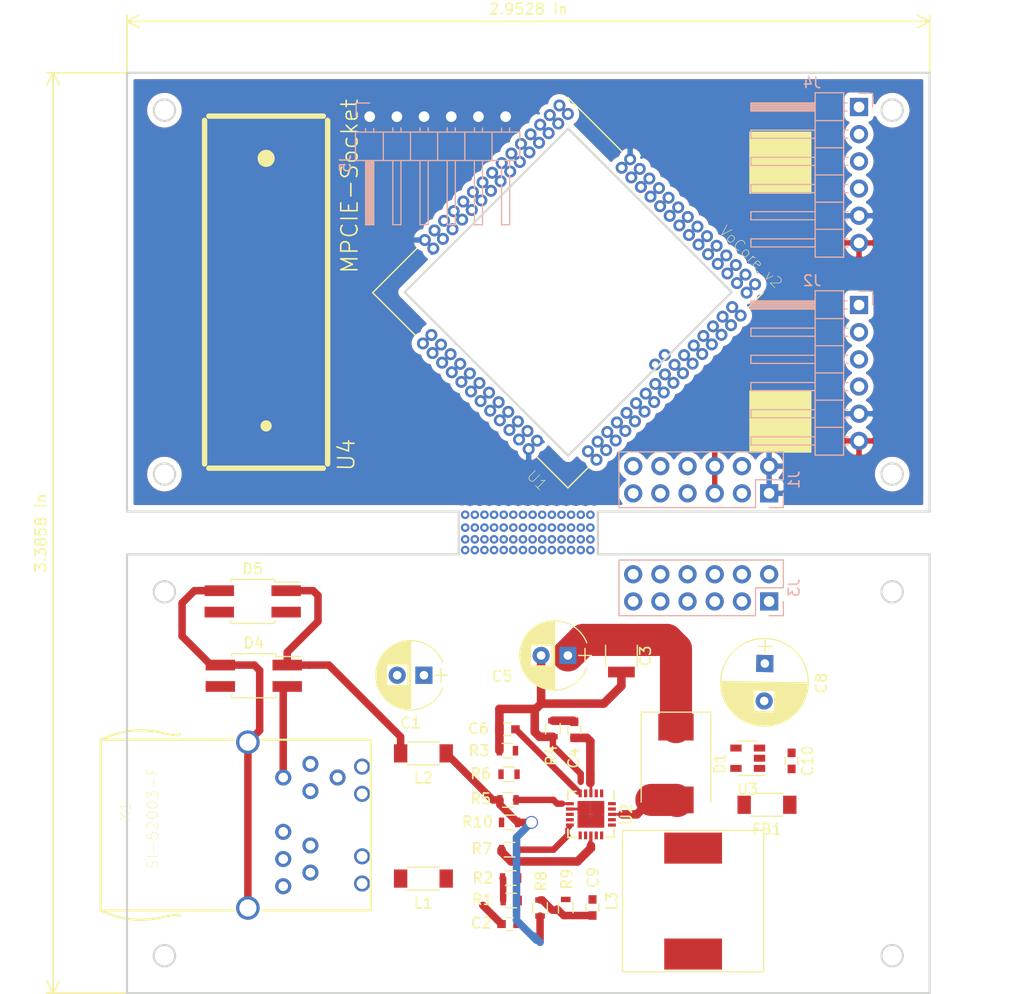
<source format=kicad_pcb>
(kicad_pcb (version 20171130) (host pcbnew "(5.1.0-22-gb9ff3c707)")
  (layers (0 F.Cu signal) (31 B.Cu signal) (34 B.Paste user) (35 F.Paste user) (36 B.SilkS user) (37 F.SilkS user) (38 B.Mask user) (39 F.Mask user) (44 Edge.Cuts user))
  (net 0 "")
  (net 1 "Net-(C1-Pad1)")
  (net 2 "Net-(C1-Pad2)")
  (net 3 +5V)
  (net 4 "Net-(C2-Pad2)")
  (net 5 "Net-(C4-Pad2)")
  (net 6 "Net-(C4-Pad1)")
  (net 7 "Net-(C6-Pad1)")
  (net 8 "Net-(C8-Pad2)")
  (net 9 GND)
  (net 10 "Net-(C9-Pad1)")
  (net 11 "Net-(D4-Pad4)")
  (net 12 "Net-(D4-Pad3)")
  (net 13 "Net-(D4-Pad1)")
  (net 14 "Net-(D5-Pad3)")
  (net 15 "Net-(D5-Pad4)")
  (net 16 +3V3)
  (net 17 "Net-(R1-Pad1)")
  (net 18 "Net-(R2-Pad1)")
  (net 19 "Net-(R3-Pad2)")
  (net 20 "Net-(R5-Pad1)")
  (net 21 "Net-(R6-Pad1)")
  (net 22 "Net-(R7-Pad2)")
  (net 23 "Net-(R7-Pad1)")
  (net 24 "Net-(D1-Pad2)")
  (net 25 VSS)
  (net 26 /minipcie/SWD_IO)
  (net 27 /minipcie/SWD_CLK)
  (net 28 /minipcie/MCU_PROG)
  (net 29 /minipcie/RF_KILL)
  (net 30 /minipcie/MCU_RESET)
  (net 31 /minipcie/USB_D-)
  (net 32 /minipcie/USB_D+)
  (net 33 /minipcie/SPI_CLK)
  (net 34 /minipcie/SPI_MISO)
  (net 35 /minipcie/SPI_MOSI)
  (net 36 /minipcie/SPI_CS)
  (net 37 "/ethernet + POE/POTN")
  (net 38 "/ethernet + POE/PORP")
  (net 39 "/ethernet + POE/PORN")
  (net 40 "/ethernet + POE/POTP")
  (net 41 "Net-(U1-Pad4)")
  (net 42 "Net-(U1-Pad9)")
  (net 43 "Net-(U1-Pad10)")
  (net 44 "Net-(U1-Pad13)")
  (net 45 "Net-(U1-Pad14)")
  (net 46 "Net-(U1-Pad15)")
  (net 47 "Net-(U1-Pad16)")
  (net 48 "Net-(U1-Pad17)")
  (net 49 "Net-(U1-Pad18)")
  (net 50 "Net-(U1-Pad20)")
  (net 51 "Net-(U1-Pad21)")
  (net 52 "Net-(U1-Pad22)")
  (net 53 "Net-(U1-Pad23)")
  (net 54 "Net-(U1-Pad24)")
  (net 55 "Net-(U1-Pad25)")
  (net 56 "Net-(U1-Pad26)")
  (net 57 "Net-(U1-Pad33)")
  (net 58 "Net-(U1-Pad36)")
  (net 59 "Net-(U1-Pad39)")
  (net 60 "Net-(U1-Pad54)")
  (net 61 "Net-(U1-Pad19)")
  (net 62 "/ethernet + POE/LED1")
  (net 63 "/ethernet + POE/LED2")
  (net 64 "Net-(J1-Pad12)")
  (net 65 "Net-(J1-Pad11)")
  (net 66 "Net-(J1-Pad10)")
  (net 67 "Net-(J1-Pad9)")
  (net 68 "Net-(J1-Pad8)")
  (net 69 "Net-(J1-Pad7)")
  (net 70 "/ethernet + POE/5V+_POE")
  (net 71 "/ethernet + POE/3V3-_POE")
  (net 72 "/ethernet + POE/3V3+_POE")
  (net 73 "Net-(U1-Pad1)")
  (net 74 "Net-(J2-Pad4)")
  (net 75 "Net-(J2-Pad3)")
  (net 76 "Net-(J4-Pad4)")
  (net 77 "Net-(J4-Pad3)")
  (net 78 "Net-(J4-Pad2)")
  (net 79 "Net-(J4-Pad1)")
  (net 80 "Net-(J5-Pad4)")
  (net 81 "Net-(J5-Pad3)")
  (net 82 "Net-(J5-Pad2)")
  (net 83 "Net-(J5-Pad1)")
  (module Connector_PinHeader_2.54mm:PinHeader_1x06_P2.54mm_Horizontal (layer B.Cu) (at 133.58 51.5 270)
    (fp_text reference J5 (at 4.385 2.269999 270) (layer B.SilkS) (effects (justify mirror)))
    (fp_text value "PMOD UART 6pin")
    (pad 6 thru_hole oval (at 0 -12.7 270) (size 1.7 1.7) (drill 1) (layers *.Cu *.Mask) (net 16 +3V3))
    (pad 5 thru_hole oval (at 0 -10.16 270) (size 1.7 1.7) (drill 1) (layers *.Cu *.Mask) (net 9 GND))
    (pad 4 thru_hole oval (at 0 -7.62 270) (size 1.7 1.7) (drill 1) (layers *.Cu *.Mask) (net 80 "Net-(J5-Pad4)"))
    (pad 3 thru_hole oval (at 0 -5.08 270) (size 1.7 1.7) (drill 1) (layers *.Cu *.Mask) (net 81 "Net-(J5-Pad3)"))
    (pad 2 thru_hole oval (at 0 -2.54 270) (size 1.7 1.7) (drill 1) (layers *.Cu *.Mask) (net 82 "Net-(J5-Pad2)"))
    (pad 1 thru_hole rect (at 0 0 270) (size 1.7 1.7) (drill 1) (layers *.Cu *.Mask) (net 83 "Net-(J5-Pad1)"))
  )
  (module Connector_PinHeader_2.54mm:PinHeader_1x06_P2.54mm_Horizontal (layer B.Cu) (at 179.3 50.6 180)
    (fp_text reference J4 (at 4.385 2.27 180) (layer B.SilkS) (effects (justify mirror)))
    (fp_text value "PMOD UART 6pin")
    (pad 6 thru_hole oval (at 0 -12.7 180) (size 1.7 1.7) (drill 1) (layers *.Cu *.Mask) (net 16 +3V3))
    (pad 5 thru_hole oval (at 0 -10.16 180) (size 1.7 1.7) (drill 1) (layers *.Cu *.Mask) (net 9 GND))
    (pad 4 thru_hole oval (at 0 -7.62 180) (size 1.7 1.7) (drill 1) (layers *.Cu *.Mask) (net 76 "Net-(J4-Pad4)"))
    (pad 3 thru_hole oval (at 0 -5.08 180) (size 1.7 1.7) (drill 1) (layers *.Cu *.Mask) (net 77 "Net-(J4-Pad3)"))
    (pad 2 thru_hole oval (at 0 -2.54 180) (size 1.7 1.7) (drill 1) (layers *.Cu *.Mask) (net 78 "Net-(J4-Pad2)"))
    (pad 1 thru_hole rect (at 0 0 180) (size 1.7 1.7) (drill 1) (layers *.Cu *.Mask) (net 79 "Net-(J4-Pad1)"))
  )
  (module Connector_PinHeader_2.54mm:PinHeader_1x06_P2.54mm_Horizontal (layer B.Cu) (at 179.3 69.1 180)
    (fp_text reference J2 (at 4.385 2.27 180) (layer B.SilkS) (effects (justify mirror)))
    (fp_text value "PMOD I2C 6pin")
    (pad 6 thru_hole oval (at 0 -12.7 180) (size 1.7 1.7) (drill 1) (layers *.Cu *.Mask) (net 16 +3V3))
    (pad 5 thru_hole oval (at 0 -10.16 180) (size 1.7 1.7) (drill 1) (layers *.Cu *.Mask) (net 9 GND))
    (pad 4 thru_hole oval (at 0 -7.62 180) (size 1.7 1.7) (drill 1) (layers *.Cu *.Mask) (net 74 "Net-(J2-Pad4)"))
    (pad 3 thru_hole oval (at 0 -5.08 180) (size 1.7 1.7) (drill 1) (layers *.Cu *.Mask) (net 75 "Net-(J2-Pad3)"))
    (pad 2 thru_hole oval (at 0 -2.54 180) (size 1.7 1.7) (drill 1) (layers *.Cu *.Mask))
    (pad 1 thru_hole rect (at 0 0 180) (size 1.7 1.7) (drill 1) (layers *.Cu *.Mask))
  )
  (module Connector_PinHeader_2.54mm:PinHeader_2x06_P2.54mm_Vertical (layer B.Cu) (at 170.9 96.8 90)
    (fp_text reference J3 (at 1.27 2.33 90) (layer B.SilkS) (effects (justify mirror)))
    (fp_text value "PoE connector addon")
    (pad 12 thru_hole oval (at 2.54 -12.7 90) (size 1.7 1.7) (drill 1) (layers *.Cu *.Mask) (net 38 "/ethernet + POE/PORP"))
    (pad 11 thru_hole oval (at 0 -12.7 90) (size 1.7 1.7) (drill 1) (layers *.Cu *.Mask) (net 40 "/ethernet + POE/POTP"))
    (pad 10 thru_hole oval (at 2.54 -10.16 90) (size 1.7 1.7) (drill 1) (layers *.Cu *.Mask) (net 39 "/ethernet + POE/PORN"))
    (pad 9 thru_hole oval (at 0 -10.16 90) (size 1.7 1.7) (drill 1) (layers *.Cu *.Mask) (net 37 "/ethernet + POE/POTN"))
    (pad 8 thru_hole oval (at 2.54 -7.62 90) (size 1.7 1.7) (drill 1) (layers *.Cu *.Mask) (net 63 "/ethernet + POE/LED2"))
    (pad 7 thru_hole oval (at 0 -7.62 90) (size 1.7 1.7) (drill 1) (layers *.Cu *.Mask) (net 62 "/ethernet + POE/LED1"))
    (pad 6 thru_hole oval (at 2.54 -5.08 90) (size 1.7 1.7) (drill 1) (layers *.Cu *.Mask) (net 72 "/ethernet + POE/3V3+_POE"))
    (pad 5 thru_hole oval (at 0 -5.08 90) (size 1.7 1.7) (drill 1) (layers *.Cu *.Mask) (net 72 "/ethernet + POE/3V3+_POE"))
    (pad 4 thru_hole oval (at 2.54 -2.54 90) (size 1.7 1.7) (drill 1) (layers *.Cu *.Mask) (net 70 "/ethernet + POE/5V+_POE"))
    (pad 3 thru_hole oval (at 0 -2.54 90) (size 1.7 1.7) (drill 1) (layers *.Cu *.Mask) (net 70 "/ethernet + POE/5V+_POE"))
    (pad 2 thru_hole oval (at 2.54 0 90) (size 1.7 1.7) (drill 1) (layers *.Cu *.Mask) (net 71 "/ethernet + POE/3V3-_POE"))
    (pad 1 thru_hole rect (at 0 0 90) (size 1.7 1.7) (drill 1) (layers *.Cu *.Mask) (net 71 "/ethernet + POE/3V3-_POE"))
  )
  (module Connector_PinHeader_2.54mm:PinHeader_2x06_P2.54mm_Vertical (layer B.Cu) (at 170.9 86.7 90)
    (fp_text reference J1 (at 1.27 2.33 90) (layer B.SilkS) (effects (justify mirror)))
    (fp_text value "PoE connector MainBoard")
    (pad 12 thru_hole oval (at 2.54 -12.7 90) (size 1.7 1.7) (drill 1) (layers *.Cu *.Mask) (net 64 "Net-(J1-Pad12)"))
    (pad 11 thru_hole oval (at 0 -12.7 90) (size 1.7 1.7) (drill 1) (layers *.Cu *.Mask) (net 65 "Net-(J1-Pad11)"))
    (pad 10 thru_hole oval (at 2.54 -10.16 90) (size 1.7 1.7) (drill 1) (layers *.Cu *.Mask) (net 66 "Net-(J1-Pad10)"))
    (pad 9 thru_hole oval (at 0 -10.16 90) (size 1.7 1.7) (drill 1) (layers *.Cu *.Mask) (net 67 "Net-(J1-Pad9)"))
    (pad 8 thru_hole oval (at 2.54 -7.62 90) (size 1.7 1.7) (drill 1) (layers *.Cu *.Mask) (net 68 "Net-(J1-Pad8)"))
    (pad 7 thru_hole oval (at 0 -7.62 90) (size 1.7 1.7) (drill 1) (layers *.Cu *.Mask) (net 69 "Net-(J1-Pad7)"))
    (pad 6 thru_hole oval (at 2.54 -5.08 90) (size 1.7 1.7) (drill 1) (layers *.Cu *.Mask) (net 16 +3V3))
    (pad 5 thru_hole oval (at 0 -5.08 90) (size 1.7 1.7) (drill 1) (layers *.Cu *.Mask) (net 16 +3V3))
    (pad 4 thru_hole oval (at 2.54 -2.54 90) (size 1.7 1.7) (drill 1) (layers *.Cu *.Mask) (net 3 +5V))
    (pad 3 thru_hole oval (at 0 -2.54 90) (size 1.7 1.7) (drill 1) (layers *.Cu *.Mask) (net 3 +5V))
    (pad 2 thru_hole oval (at 2.54 0 90) (size 1.7 1.7) (drill 1) (layers *.Cu *.Mask) (net 9 GND))
    (pad 1 thru_hole rect (at 0 0 90) (size 1.7 1.7) (drill 1) (layers *.Cu *.Mask) (net 9 GND))
  )
  (module vocore2:VOCORE2 (layer F.Cu) (at 152.1 67.95 135)
    (fp_text reference U1 (at -10.36 -14.435 135) (layer F.SilkS) (effects (font (thickness 0.05))))
    (fp_text value VoCore_v2 (at -9.725 14.465 135) (layer F.SilkS) (effects (font (thickness 0.05))))
    (pad 1 thru_hole circle (at -11.808 -9.147 135) (size 1.118 1.118) (drill 0.61) (layers *.Cu *.Mask) (net 73 "Net-(U1-Pad1)"))
    (pad 2 thru_hole circle (at -11.808 -7.877 135) (size 1.118 1.118) (drill 0.61) (layers *.Cu *.Mask) (net 68 "Net-(J1-Pad8)"))
    (pad 3 thru_hole circle (at -11.807999 -6.607 135) (size 1.118 1.118) (drill 0.61) (layers *.Cu *.Mask) (net 69 "Net-(J1-Pad7)"))
    (pad 4 thru_hole circle (at -11.808 -5.337 135) (size 1.118 1.118) (drill 0.61) (layers *.Cu *.Mask) (net 41 "Net-(U1-Pad4)"))
    (pad 5 thru_hole circle (at -11.808 -4.067 135) (size 1.118 1.118) (drill 0.61) (layers *.Cu *.Mask) (net 64 "Net-(J1-Pad12)"))
    (pad 6 thru_hole circle (at -11.808 -2.797 135) (size 1.118 1.118) (drill 0.61) (layers *.Cu *.Mask) (net 66 "Net-(J1-Pad10)"))
    (pad 7 thru_hole circle (at -11.808 -1.527 135) (size 1.118 1.118) (drill 0.61) (layers *.Cu *.Mask) (net 65 "Net-(J1-Pad11)"))
    (pad 8 thru_hole circle (at -11.807999 -0.257 135) (size 1.118 1.118) (drill 0.61) (layers *.Cu *.Mask) (net 67 "Net-(J1-Pad9)"))
    (pad 9 thru_hole circle (at -11.808 1.013 135) (size 1.118 1.118) (drill 0.61) (layers *.Cu *.Mask) (net 42 "Net-(U1-Pad9)"))
    (pad 10 thru_hole circle (at -11.808 2.283 135) (size 1.118 1.118) (drill 0.61) (layers *.Cu *.Mask) (net 43 "Net-(U1-Pad10)"))
    (pad 13 thru_hole circle (at -11.807999 3.553 135) (size 1.118 1.118) (drill 0.61) (layers *.Cu *.Mask) (net 44 "Net-(U1-Pad13)"))
    (pad 14 thru_hole circle (at -11.808 4.823 135) (size 1.118 1.118) (drill 0.61) (layers *.Cu *.Mask) (net 45 "Net-(U1-Pad14)"))
    (pad 15 thru_hole circle (at -11.807999 6.093 135) (size 1.118 1.118) (drill 0.61) (layers *.Cu *.Mask) (net 46 "Net-(U1-Pad15)"))
    (pad 16 thru_hole circle (at -11.808 7.363 135) (size 1.118 1.118) (drill 0.61) (layers *.Cu *.Mask) (net 47 "Net-(U1-Pad16)"))
    (pad 17 thru_hole circle (at -11.808 8.633 135) (size 1.118 1.118) (drill 0.61) (layers *.Cu *.Mask) (net 48 "Net-(U1-Pad17)"))
    (pad 18 thru_hole circle (at -11.807999 9.903 135) (size 1.118 1.118) (drill 0.61) (layers *.Cu *.Mask) (net 49 "Net-(U1-Pad18)"))
    (pad 19 thru_hole circle (at -11.808 11.808 135) (size 1.118 1.118) (drill 0.61) (layers *.Cu *.Mask) (net 61 "Net-(U1-Pad19)"))
    (pad 20 thru_hole circle (at -10.538 11.808 135) (size 1.118 1.118) (drill 0.61) (layers *.Cu *.Mask) (net 50 "Net-(U1-Pad20)"))
    (pad 21 thru_hole circle (at -9.268 11.808 135) (size 1.118 1.118) (drill 0.61) (layers *.Cu *.Mask) (net 51 "Net-(U1-Pad21)"))
    (pad 22 thru_hole circle (at -7.998 11.808 135) (size 1.118 1.118) (drill 0.61) (layers *.Cu *.Mask) (net 52 "Net-(U1-Pad22)"))
    (pad 23 thru_hole circle (at -6.728 11.807999 135) (size 1.118 1.118) (drill 0.61) (layers *.Cu *.Mask) (net 53 "Net-(U1-Pad23)"))
    (pad 24 thru_hole circle (at -5.458 11.808 135) (size 1.118 1.118) (drill 0.61) (layers *.Cu *.Mask) (net 54 "Net-(U1-Pad24)"))
    (pad 25 thru_hole circle (at -4.188 11.808 135) (size 1.118 1.118) (drill 0.61) (layers *.Cu *.Mask) (net 55 "Net-(U1-Pad25)"))
    (pad 26 thru_hole circle (at -2.918 11.807999 135) (size 1.118 1.118) (drill 0.61) (layers *.Cu *.Mask) (net 56 "Net-(U1-Pad26)"))
    (pad 27 thru_hole circle (at -1.648 11.808 135) (size 1.118 1.118) (drill 0.61) (layers *.Cu *.Mask) (net 32 /minipcie/USB_D+))
    (pad 28 thru_hole circle (at -0.377999 11.808 135) (size 1.118 1.118) (drill 0.61) (layers *.Cu *.Mask) (net 31 /minipcie/USB_D-))
    (pad 29 thru_hole circle (at 0.892 11.808 135) (size 1.118 1.118) (drill 0.61) (layers *.Cu *.Mask) (net 3 +5V))
    (pad 30 thru_hole circle (at 2.162 11.808 135) (size 1.118 1.118) (drill 0.61) (layers *.Cu *.Mask) (net 3 +5V))
    (pad 31 thru_hole circle (at 3.432 11.807999 135) (size 1.118 1.118) (drill 0.61) (layers *.Cu *.Mask) (net 9 GND))
    (pad 32 thru_hole circle (at 4.702 11.808 135) (size 1.118 1.118) (drill 0.61) (layers *.Cu *.Mask) (net 9 GND))
    (pad 33 thru_hole circle (at 11.814 11.807999 135) (size 1.118 1.118) (drill 0.61) (layers *.Cu *.Mask) (net 57 "Net-(U1-Pad33)"))
    (pad 34 thru_hole circle (at 11.814 10.538 135) (size 1.118 1.118) (drill 0.61) (layers *.Cu *.Mask) (net 9 GND))
    (pad 35 thru_hole circle (at 11.814 9.268 135) (size 1.118 1.118) (drill 0.61) (layers *.Cu *.Mask) (net 9 GND))
    (pad 36 thru_hole circle (at 11.814 7.998001 135) (size 1.118 1.118) (drill 0.61) (layers *.Cu *.Mask) (net 58 "Net-(U1-Pad36)"))
    (pad 37 thru_hole circle (at 11.814 6.728 135) (size 1.118 1.118) (drill 0.61) (layers *.Cu *.Mask) (net 80 "Net-(J5-Pad4)"))
    (pad 38 thru_hole circle (at 11.814 5.458 135) (size 1.118 1.118) (drill 0.61) (layers *.Cu *.Mask) (net 81 "Net-(J5-Pad3)"))
    (pad 39 thru_hole circle (at 11.814 4.188 135) (size 1.118 1.118) (drill 0.61) (layers *.Cu *.Mask) (net 59 "Net-(U1-Pad39)"))
    (pad 40 thru_hole circle (at 11.814 2.918 135) (size 1.118 1.118) (drill 0.61) (layers *.Cu *.Mask) (net 82 "Net-(J5-Pad2)"))
    (pad 41 thru_hole circle (at 11.814 1.647999 135) (size 1.118 1.118) (drill 0.61) (layers *.Cu *.Mask) (net 76 "Net-(J4-Pad4)"))
    (pad 42 thru_hole circle (at 11.814 0.378 135) (size 1.118 1.118) (drill 0.61) (layers *.Cu *.Mask) (net 79 "Net-(J4-Pad1)"))
    (pad 43 thru_hole circle (at 11.814 -0.892 135) (size 1.118 1.118) (drill 0.61) (layers *.Cu *.Mask) (net 28 /minipcie/MCU_PROG))
    (pad 44 thru_hole circle (at 11.814 -2.161999 135) (size 1.118 1.118) (drill 0.61) (layers *.Cu *.Mask) (net 30 /minipcie/MCU_RESET))
    (pad 45 thru_hole circle (at 11.814 -3.432 135) (size 1.118 1.118) (drill 0.61) (layers *.Cu *.Mask) (net 78 "Net-(J4-Pad2)"))
    (pad 46 thru_hole circle (at 11.814 -4.702001 135) (size 1.118 1.118) (drill 0.61) (layers *.Cu *.Mask) (net 77 "Net-(J4-Pad3)"))
    (pad 47 thru_hole circle (at 11.814 -5.972 135) (size 1.118 1.118) (drill 0.61) (layers *.Cu *.Mask) (net 9 GND))
    (pad 48 thru_hole circle (at 6.226 -11.814 135) (size 1.118 1.118) (drill 0.61) (layers *.Cu *.Mask) (net 83 "Net-(J5-Pad1)"))
    (pad 49 thru_hole circle (at 4.956 -11.814 135) (size 1.118 1.118) (drill 0.61) (layers *.Cu *.Mask) (net 29 /minipcie/RF_KILL))
    (pad 50 thru_hole circle (at 3.686 -11.814 135) (size 1.118 1.118) (drill 0.61) (layers *.Cu *.Mask) (net 26 /minipcie/SWD_IO))
    (pad 51 thru_hole circle (at 2.415999 -11.814 135) (size 1.118 1.118) (drill 0.61) (layers *.Cu *.Mask) (net 27 /minipcie/SWD_CLK))
    (pad 52 thru_hole circle (at 1.146 -11.814 135) (size 1.118 1.118) (drill 0.61) (layers *.Cu *.Mask) (net 75 "Net-(J2-Pad3)"))
    (pad 53 thru_hole circle (at -0.124 -11.814 135) (size 1.118 1.118) (drill 0.61) (layers *.Cu *.Mask) (net 74 "Net-(J2-Pad4)"))
    (pad 54 thru_hole circle (at -1.394 -11.814 135) (size 1.118 1.118) (drill 0.61) (layers *.Cu *.Mask) (net 60 "Net-(U1-Pad54)"))
    (pad 55 thru_hole circle (at -2.664 -11.814 135) (size 1.118 1.118) (drill 0.61) (layers *.Cu *.Mask) (net 35 /minipcie/SPI_MOSI))
    (pad 56 thru_hole circle (at -3.934001 -11.814 135) (size 1.118 1.118) (drill 0.61) (layers *.Cu *.Mask) (net 34 /minipcie/SPI_MISO))
    (pad 57 thru_hole circle (at -5.204 -11.814 135) (size 1.118 1.118) (drill 0.61) (layers *.Cu *.Mask) (net 33 /minipcie/SPI_CLK))
    (pad 58 thru_hole circle (at -6.474 -11.814 135) (size 1.118 1.118) (drill 0.61) (layers *.Cu *.Mask) (net 36 /minipcie/SPI_CS))
    (pad 59 thru_hole circle (at -7.743999 -11.814 135) (size 1.118 1.118) (drill 0.61) (layers *.Cu *.Mask) (net 9 GND))
    (pad 12 thru_hole circle (at -10.512 2.283 135) (size 1.118 1.118) (drill 0.61) (layers *.Cu *.Mask))
    (pad 11 thru_hole circle (at -10.512 1.013 135) (size 1.118 1.118) (drill 0.61) (layers *.Cu *.Mask))
    (pad 1 thru_hole circle (at -12.925 -9.147 135) (size 1.118 1.118) (drill 0.61) (layers *.Cu *.Mask) (net 73 "Net-(U1-Pad1)"))
    (pad 2 thru_hole circle (at -12.925 -7.877 135) (size 1.118 1.118) (drill 0.61) (layers *.Cu *.Mask) (net 68 "Net-(J1-Pad8)"))
    (pad 3 thru_hole circle (at -12.925 -6.607 135) (size 1.118 1.118) (drill 0.61) (layers *.Cu *.Mask) (net 69 "Net-(J1-Pad7)"))
    (pad 4 thru_hole circle (at -12.925 -5.337 135) (size 1.118 1.118) (drill 0.61) (layers *.Cu *.Mask) (net 41 "Net-(U1-Pad4)"))
    (pad 5 thru_hole circle (at -12.925 -4.067 135) (size 1.118 1.118) (drill 0.61) (layers *.Cu *.Mask) (net 64 "Net-(J1-Pad12)"))
    (pad 6 thru_hole circle (at -12.925 -2.797 135) (size 1.118 1.118) (drill 0.61) (layers *.Cu *.Mask) (net 66 "Net-(J1-Pad10)"))
    (pad 7 thru_hole circle (at -12.925 -1.527 135) (size 1.118 1.118) (drill 0.61) (layers *.Cu *.Mask) (net 65 "Net-(J1-Pad11)"))
    (pad 8 thru_hole circle (at -12.925 -0.257 135) (size 1.118 1.118) (drill 0.61) (layers *.Cu *.Mask) (net 67 "Net-(J1-Pad9)"))
    (pad 9 thru_hole circle (at -12.925 1.013 135) (size 1.118 1.118) (drill 0.61) (layers *.Cu *.Mask) (net 42 "Net-(U1-Pad9)"))
    (pad 10 thru_hole circle (at -12.925 2.283 135) (size 1.118 1.118) (drill 0.61) (layers *.Cu *.Mask) (net 43 "Net-(U1-Pad10)"))
    (pad 13 thru_hole circle (at -12.925 3.553 135) (size 1.118 1.118) (drill 0.61) (layers *.Cu *.Mask) (net 44 "Net-(U1-Pad13)"))
    (pad 14 thru_hole circle (at -12.925 4.823 135) (size 1.118 1.118) (drill 0.61) (layers *.Cu *.Mask) (net 45 "Net-(U1-Pad14)"))
    (pad 15 thru_hole circle (at -12.925 6.093 135) (size 1.118 1.118) (drill 0.61) (layers *.Cu *.Mask) (net 46 "Net-(U1-Pad15)"))
    (pad 16 thru_hole circle (at -12.925 7.363 135) (size 1.118 1.118) (drill 0.61) (layers *.Cu *.Mask) (net 47 "Net-(U1-Pad16)"))
    (pad 17 thru_hole circle (at -12.925 8.633 135) (size 1.118 1.118) (drill 0.61) (layers *.Cu *.Mask) (net 48 "Net-(U1-Pad17)"))
    (pad 18 thru_hole circle (at -12.925 9.903 135) (size 1.118 1.118) (drill 0.61) (layers *.Cu *.Mask) (net 49 "Net-(U1-Pad18)"))
    (pad 19 thru_hole circle (at -11.808 12.925 135) (size 1.118 1.118) (drill 0.61) (layers *.Cu *.Mask) (net 61 "Net-(U1-Pad19)"))
    (pad 20 thru_hole circle (at -10.538 12.925 135) (size 1.118 1.118) (drill 0.61) (layers *.Cu *.Mask) (net 50 "Net-(U1-Pad20)"))
    (pad 21 thru_hole circle (at -9.268 12.925 135) (size 1.118 1.118) (drill 0.61) (layers *.Cu *.Mask) (net 51 "Net-(U1-Pad21)"))
    (pad 22 thru_hole circle (at -7.998 12.925 135) (size 1.118 1.118) (drill 0.61) (layers *.Cu *.Mask) (net 52 "Net-(U1-Pad22)"))
    (pad 23 thru_hole circle (at -6.728 12.925 135) (size 1.118 1.118) (drill 0.61) (layers *.Cu *.Mask) (net 53 "Net-(U1-Pad23)"))
    (pad 24 thru_hole circle (at -5.458 12.925 135) (size 1.118 1.118) (drill 0.61) (layers *.Cu *.Mask) (net 54 "Net-(U1-Pad24)"))
    (pad 25 thru_hole circle (at -4.188 12.925 135) (size 1.118 1.118) (drill 0.61) (layers *.Cu *.Mask) (net 55 "Net-(U1-Pad25)"))
    (pad 26 thru_hole circle (at -2.918 12.925 135) (size 1.118 1.118) (drill 0.61) (layers *.Cu *.Mask) (net 56 "Net-(U1-Pad26)"))
    (pad 27 thru_hole circle (at -1.648 12.925 135) (size 1.118 1.118) (drill 0.61) (layers *.Cu *.Mask) (net 32 /minipcie/USB_D+))
    (pad 28 thru_hole circle (at -0.378 12.925 135) (size 1.118 1.118) (drill 0.61) (layers *.Cu *.Mask) (net 31 /minipcie/USB_D-))
    (pad 29 thru_hole circle (at 0.892 12.925 135) (size 1.118 1.118) (drill 0.61) (layers *.Cu *.Mask) (net 3 +5V))
    (pad 30 thru_hole circle (at 2.162 12.925 135) (size 1.118 1.118) (drill 0.61) (layers *.Cu *.Mask) (net 3 +5V))
    (pad 31 thru_hole circle (at 3.432 12.925 135) (size 1.118 1.118) (drill 0.61) (layers *.Cu *.Mask) (net 9 GND))
    (pad 32 thru_hole circle (at 4.702 12.925 135) (size 1.118 1.118) (drill 0.61) (layers *.Cu *.Mask) (net 9 GND))
    (pad 33 thru_hole circle (at 12.931 11.808 135) (size 1.118 1.118) (drill 0.61) (layers *.Cu *.Mask) (net 57 "Net-(U1-Pad33)"))
    (pad 34 thru_hole circle (at 12.931 10.538 135) (size 1.118 1.118) (drill 0.61) (layers *.Cu *.Mask) (net 9 GND))
    (pad 35 thru_hole circle (at 12.931 9.268 135) (size 1.118 1.118) (drill 0.61) (layers *.Cu *.Mask) (net 9 GND))
    (pad 36 thru_hole circle (at 12.931 7.998 135) (size 1.118 1.118) (drill 0.61) (layers *.Cu *.Mask) (net 58 "Net-(U1-Pad36)"))
    (pad 37 thru_hole circle (at 12.931 6.728 135) (size 1.118 1.118) (drill 0.61) (layers *.Cu *.Mask) (net 80 "Net-(J5-Pad4)"))
    (pad 38 thru_hole circle (at 12.931 5.458 135) (size 1.118 1.118) (drill 0.61) (layers *.Cu *.Mask) (net 81 "Net-(J5-Pad3)"))
    (pad 39 thru_hole circle (at 12.931 4.188 135) (size 1.118 1.118) (drill 0.61) (layers *.Cu *.Mask) (net 59 "Net-(U1-Pad39)"))
    (pad 40 thru_hole circle (at 12.931 2.918 135) (size 1.118 1.118) (drill 0.61) (layers *.Cu *.Mask) (net 82 "Net-(J5-Pad2)"))
    (pad 41 thru_hole circle (at 12.931 1.648 135) (size 1.118 1.118) (drill 0.61) (layers *.Cu *.Mask) (net 76 "Net-(J4-Pad4)"))
    (pad 42 thru_hole circle (at 12.931 0.378 135) (size 1.118 1.118) (drill 0.61) (layers *.Cu *.Mask) (net 79 "Net-(J4-Pad1)"))
    (pad 43 thru_hole circle (at 12.931 -0.892 135) (size 1.118 1.118) (drill 0.61) (layers *.Cu *.Mask) (net 28 /minipcie/MCU_PROG))
    (pad 44 thru_hole circle (at 12.931 -2.162 135) (size 1.118 1.118) (drill 0.61) (layers *.Cu *.Mask) (net 30 /minipcie/MCU_RESET))
    (pad 45 thru_hole circle (at 12.931 -3.432 135) (size 1.118 1.118) (drill 0.61) (layers *.Cu *.Mask) (net 78 "Net-(J4-Pad2)"))
    (pad 46 thru_hole circle (at 12.931 -4.702 135) (size 1.118 1.118) (drill 0.61) (layers *.Cu *.Mask) (net 77 "Net-(J4-Pad3)"))
    (pad 47 thru_hole circle (at 12.931 -5.972 135) (size 1.118 1.118) (drill 0.61) (layers *.Cu *.Mask) (net 9 GND))
    (pad 48 thru_hole circle (at 6.226 -12.931 135) (size 1.118 1.118) (drill 0.61) (layers *.Cu *.Mask) (net 83 "Net-(J5-Pad1)"))
    (pad 49 thru_hole circle (at 4.956 -12.931 135) (size 1.118 1.118) (drill 0.61) (layers *.Cu *.Mask) (net 29 /minipcie/RF_KILL))
    (pad 50 thru_hole circle (at 3.686 -12.931 135) (size 1.118 1.118) (drill 0.61) (layers *.Cu *.Mask) (net 26 /minipcie/SWD_IO))
    (pad 51 thru_hole circle (at 2.416 -12.931 135) (size 1.118 1.118) (drill 0.61) (layers *.Cu *.Mask) (net 27 /minipcie/SWD_CLK))
    (pad 52 thru_hole circle (at 1.146 -12.931 135) (size 1.118 1.118) (drill 0.61) (layers *.Cu *.Mask) (net 75 "Net-(J2-Pad3)"))
    (pad 53 thru_hole circle (at -0.124 -12.931 135) (size 1.118 1.118) (drill 0.61) (layers *.Cu *.Mask) (net 74 "Net-(J2-Pad4)"))
    (pad 54 thru_hole circle (at -1.394 -12.931 135) (size 1.118 1.118) (drill 0.61) (layers *.Cu *.Mask) (net 60 "Net-(U1-Pad54)"))
    (pad 55 thru_hole circle (at -2.664 -12.931 135) (size 1.118 1.118) (drill 0.61) (layers *.Cu *.Mask) (net 35 /minipcie/SPI_MOSI))
    (pad 56 thru_hole circle (at -3.934 -12.931 135) (size 1.118 1.118) (drill 0.61) (layers *.Cu *.Mask) (net 34 /minipcie/SPI_MISO))
    (pad 57 thru_hole circle (at -5.204 -12.931 135) (size 1.118 1.118) (drill 0.61) (layers *.Cu *.Mask) (net 33 /minipcie/SPI_CLK))
    (pad 58 thru_hole circle (at -6.474 -12.931 135) (size 1.118 1.118) (drill 0.61) (layers *.Cu *.Mask) (net 36 /minipcie/SPI_CS))
    (pad 59 thru_hole circle (at -7.744 -12.931 135) (size 1.118 1.118) (drill 0.61) (layers *.Cu *.Mask) (net 9 GND))
  )
  (module mpcie:mpcie-socket (layer F.Cu) (at 123.9 55.4 270)
    (fp_text reference U4 (at 27.7 -7.5 89) (layer F.SilkS) (effects (font (size 1.524 1.524))))
    (fp_text value MPCIE-Socket (at 2.6 -7.8 90) (layer F.SilkS) (effects (font (size 1.524 1.524))))
    (pad "" connect circle (at 25 0 270) (size 1.05 1.05) (layers F.SilkS Dwgs.User))
    (pad "" connect circle (at 0 0 270) (size 1.6 1.6) (layers F.SilkS Dwgs.User))
    (pad "" smd rect (at -2.15 3.5 270) (size 2.3 3.2) (layers F.Cu F.Paste F.Mask))
    (pad "" smd rect (at 27.15 3.5 270) (size 2.3 3.2) (layers F.Cu F.Paste F.Mask))
    (pad "" connect rect (at 0.4 -48.05 270) (size 5.8 5.8) (layers F.SilkS))
    (pad "" connect rect (at 24.6 -48.05 270) (size 5.8 5.8) (layers F.SilkS))
    (pad 1 smd rect (at 0.7 4.1 270) (size 0.6 2) (layers F.Cu F.Paste F.Mask))
    (pad 2 smd rect (at 1.1 -4.1 270) (size 0.6 2) (layers F.Cu F.Paste F.Mask) (net 16 +3V3))
    (pad 3 smd rect (at 1.5 4.1 270) (size 0.6 2) (layers F.Cu F.Paste F.Mask))
    (pad 4 smd rect (at 1.9 -4.1 270) (size 0.6 2) (layers F.Cu F.Paste F.Mask) (net 9 GND))
    (pad 5 smd rect (at 2.3 4.1 270) (size 0.6 2) (layers F.Cu F.Paste F.Mask))
    (pad 6 smd rect (at 2.7 -4.1 270) (size 0.6 2) (layers F.Cu F.Paste F.Mask))
    (pad 7 smd rect (at 3.1 4.1 270) (size 0.6 2) (layers F.Cu F.Paste F.Mask))
    (pad 8 smd rect (at 3.5 -4.1 270) (size 0.6 2) (layers F.Cu F.Paste F.Mask))
    (pad 9 smd rect (at 3.9 4.1 270) (size 0.6 2) (layers F.Cu F.Paste F.Mask) (net 9 GND))
    (pad 10 smd rect (at 4.3 -4.1 270) (size 0.6 2) (layers F.Cu F.Paste F.Mask) (net 26 /minipcie/SWD_IO))
    (pad 11 smd rect (at 4.7 4.1 270) (size 0.6 2) (layers F.Cu F.Paste F.Mask))
    (pad 12 smd rect (at 5.1 -4.1 270) (size 0.6 2) (layers F.Cu F.Paste F.Mask) (net 27 /minipcie/SWD_CLK))
    (pad 13 smd rect (at 5.5 4.1 270) (size 0.6 2) (layers F.Cu F.Paste F.Mask))
    (pad 14 smd rect (at 5.9 -4.1 270) (size 0.6 2) (layers F.Cu F.Paste F.Mask))
    (pad 15 smd rect (at 6.3 4.1 270) (size 0.6 2) (layers F.Cu F.Paste F.Mask) (net 9 GND))
    (pad 16 smd rect (at 6.7 -4.1 270) (size 0.6 2) (layers F.Cu F.Paste F.Mask) (net 28 /minipcie/MCU_PROG))
    (pad 17 smd rect (at 10.3 4.1 270) (size 0.6 2) (layers F.Cu F.Paste F.Mask))
    (pad 18 smd rect (at 10.7 -4.1 270) (size 0.6 2) (layers F.Cu F.Paste F.Mask) (net 9 GND))
    (pad 19 smd rect (at 11.1 4.1 270) (size 0.6 2) (layers F.Cu F.Paste F.Mask))
    (pad 20 smd rect (at 11.5 -4.1 270) (size 0.6 2) (layers F.Cu F.Paste F.Mask) (net 29 /minipcie/RF_KILL))
    (pad 21 smd rect (at 11.9 4.1 270) (size 0.6 2) (layers F.Cu F.Paste F.Mask) (net 9 GND))
    (pad 22 smd rect (at 12.3 -4.1 270) (size 0.6 2) (layers F.Cu F.Paste F.Mask) (net 30 /minipcie/MCU_RESET))
    (pad 23 smd rect (at 12.7 4.1 270) (size 0.6 2) (layers F.Cu F.Paste F.Mask))
    (pad 24 smd rect (at 13.1 -4.1 270) (size 0.6 2) (layers F.Cu F.Paste F.Mask) (net 16 +3V3))
    (pad 25 smd rect (at 13.5 4.1 270) (size 0.6 2) (layers F.Cu F.Paste F.Mask))
    (pad 26 smd rect (at 13.9 -4.1 270) (size 0.6 2) (layers F.Cu F.Paste F.Mask) (net 9 GND))
    (pad 27 smd rect (at 14.3 4.1 270) (size 0.6 2) (layers F.Cu F.Paste F.Mask) (net 9 GND))
    (pad 28 smd rect (at 14.7 -4.1 270) (size 0.6 2) (layers F.Cu F.Paste F.Mask))
    (pad 29 smd rect (at 15.1 4.1 270) (size 0.6 2) (layers F.Cu F.Paste F.Mask) (net 9 GND))
    (pad 30 smd rect (at 15.5 -4.1 270) (size 0.6 2) (layers F.Cu F.Paste F.Mask))
    (pad 31 smd rect (at 15.9 4.1 270) (size 0.6 2) (layers F.Cu F.Paste F.Mask))
    (pad 32 smd rect (at 16.3 -4.1 270) (size 0.6 2) (layers F.Cu F.Paste F.Mask))
    (pad 33 smd rect (at 16.7 4.1 270) (size 0.6 2) (layers F.Cu F.Paste F.Mask))
    (pad 34 smd rect (at 17.1 -4.1 270) (size 0.6 2) (layers F.Cu F.Paste F.Mask) (net 9 GND))
    (pad 35 smd rect (at 17.5 4.1 270) (size 0.6 2) (layers F.Cu F.Paste F.Mask) (net 9 GND))
    (pad 36 smd rect (at 17.9 -4.1 270) (size 0.6 2) (layers F.Cu F.Paste F.Mask) (net 31 /minipcie/USB_D-))
    (pad 37 smd rect (at 18.3 4.1 270) (size 0.6 2) (layers F.Cu F.Paste F.Mask) (net 9 GND))
    (pad 38 smd rect (at 18.7 -4.1 270) (size 0.6 2) (layers F.Cu F.Paste F.Mask) (net 32 /minipcie/USB_D+))
    (pad 39 smd rect (at 19.1 4.1 270) (size 0.6 2) (layers F.Cu F.Paste F.Mask) (net 16 +3V3))
    (pad 40 smd rect (at 19.5 -4.1 270) (size 0.6 2) (layers F.Cu F.Paste F.Mask) (net 9 GND))
    (pad 41 smd rect (at 19.9 4.1 270) (size 0.6 2) (layers F.Cu F.Paste F.Mask) (net 16 +3V3))
    (pad 42 smd rect (at 20.3 -4.1 270) (size 0.6 2) (layers F.Cu F.Paste F.Mask))
    (pad 43 smd rect (at 20.7 4.1 270) (size 0.6 2) (layers F.Cu F.Paste F.Mask) (net 9 GND))
    (pad 44 smd rect (at 21.1 -4.1 270) (size 0.6 2) (layers F.Cu F.Paste F.Mask))
    (pad 45 smd rect (at 21.5 4.1 270) (size 0.6 2) (layers F.Cu F.Paste F.Mask) (net 33 /minipcie/SPI_CLK))
    (pad 46 smd rect (at 21.9 -4.1 270) (size 0.6 2) (layers F.Cu F.Paste F.Mask))
    (pad 47 smd rect (at 22.3 4.1 270) (size 0.6 2) (layers F.Cu F.Paste F.Mask) (net 34 /minipcie/SPI_MISO))
    (pad 48 smd rect (at 22.7 -4.1 270) (size 0.6 2) (layers F.Cu F.Paste F.Mask))
    (pad 49 smd rect (at 23.1 4.1 270) (size 0.6 2) (layers F.Cu F.Paste F.Mask) (net 35 /minipcie/SPI_MOSI))
    (pad 50 smd rect (at 23.5 -4.1 270) (size 0.6 2) (layers F.Cu F.Paste F.Mask) (net 9 GND))
    (pad 51 smd rect (at 23.9 4.1 270) (size 0.6 2) (layers F.Cu F.Paste F.Mask) (net 36 /minipcie/SPI_CS))
    (pad 52 smd rect (at 24.3 -4.1 270) (size 0.6 2) (layers F.Cu F.Paste F.Mask) (net 16 +3V3))
  )
  (module KiCad/Capacitors_SMD.pretty:C_0603 (layer F.Cu) (at 152.697906 108.795885 90)
    (fp_text reference C4 (at -2.65 -0.05 90) (layer F.SilkS))
    (fp_text value 0.1uF)
    (pad 2 smd rect (at 0.75 0 90) (size 0.8 0.75) (layers F.Cu F.Paste F.Mask) (net 5 "Net-(C4-Pad2)"))
    (pad 1 smd rect (at -0.75 0 90) (size 0.8 0.75) (layers F.Cu F.Paste F.Mask) (net 6 "Net-(C4-Pad1)"))
  )
  (module KiCad/Capacitors_SMD.pretty:C_0603 (layer F.Cu) (at 146.447911 108.745887 180)
    (fp_text reference C6 (at 2.7 0.05 180) (layer F.SilkS))
    (fp_text value 0.1uF)
    (pad 1 smd rect (at -0.75 0 180) (size 0.8 0.75) (layers F.Cu F.Paste F.Mask) (net 7 "Net-(C6-Pad1)"))
    (pad 2 smd rect (at 0.75 0 180) (size 0.8 0.75) (layers F.Cu F.Paste F.Mask) (net 25 VSS))
  )
  (module KiCad/Capacitors_SMD.pretty:C_0603 (layer F.Cu) (at 154.397906 125.395889 90)
    (fp_text reference C9 (at 2.8 0.05 90) (layer F.SilkS))
    (fp_text value 1nF)
    (pad 2 smd rect (at 0.75 0 90) (size 0.8 0.75) (layers F.Cu F.Paste F.Mask) (net 71 "/ethernet + POE/3V3-_POE"))
    (pad 1 smd rect (at -0.75 0 90) (size 0.8 0.75) (layers F.Cu F.Paste F.Mask) (net 10 "Net-(C9-Pad1)"))
  )
  (module KiCad/Capacitors_SMD.pretty:C_0603 (layer F.Cu) (at 173 111.7 270)
    (fp_text reference C10 (at 0 -1.5 270) (layer F.SilkS))
    (fp_text value 22uF/6.3V)
    (pad 2 smd rect (at 0.75 0 270) (size 0.8 0.75) (layers F.Cu F.Paste F.Mask) (net 71 "/ethernet + POE/3V3-_POE"))
    (pad 1 smd rect (at -0.75 0 270) (size 0.8 0.75) (layers F.Cu F.Paste F.Mask) (net 70 "/ethernet + POE/5V+_POE"))
  )
  (module KiCad/Socket_Strips.pretty:Socket_Strip_Straight_2x02_Pitch2.00mm_SMD (layer F.Cu) (at 122.747906 103.745884)
    (fp_text reference D4 (at 0 -3.06) (layer F.SilkS))
    (fp_text value "VP/VN(2)")
    (pad 4 smd rect (at -3.125 1) (size 2.75 1) (layers F.Cu F.Paste F.Mask) (net 11 "Net-(D4-Pad4)"))
    (pad 3 smd rect (at 3.125 1) (size 2.75 1) (layers F.Cu F.Paste F.Mask) (net 12 "Net-(D4-Pad3)"))
    (pad 2 smd rect (at -3.125 -1) (size 2.75 1) (layers F.Cu F.Paste F.Mask) (net 2 "Net-(C1-Pad2)"))
    (pad 1 smd rect (at 3.125 -1) (size 2.75 1) (layers F.Cu F.Paste F.Mask) (net 13 "Net-(D4-Pad1)"))
  )
  (module KiCad/Socket_Strips.pretty:Socket_Strip_Straight_2x02_Pitch2.00mm_SMD (layer F.Cu) (at 122.647911 96.79589)
    (fp_text reference D5 (at 0 -3.06) (layer F.SilkS))
    (fp_text value "VP/VN(1)")
    (pad 1 smd rect (at 3.125 -1) (size 2.75 1) (layers F.Cu F.Paste F.Mask) (net 13 "Net-(D4-Pad1)"))
    (pad 2 smd rect (at -3.125 -1) (size 2.75 1) (layers F.Cu F.Paste F.Mask) (net 2 "Net-(C1-Pad2)"))
    (pad 3 smd rect (at 3.125 1) (size 2.75 1) (layers F.Cu F.Paste F.Mask) (net 14 "Net-(D5-Pad3)"))
    (pad 4 smd rect (at -3.125 1) (size 2.75 1) (layers F.Cu F.Paste F.Mask) (net 15 "Net-(D5-Pad4)"))
  )
  (module KiCad/Inductors_SMD.pretty:L_1806 (layer F.Cu) (at 138.597905 122.695885 180)
    (fp_text reference L1 (at 0 -2.3 180) (layer F.SilkS))
    (fp_text value MPZ1608B471)
    (pad 1 smd rect (at -2.13 0 180) (size 1.25 1.7) (layers F.Cu F.Paste F.Mask) (net 4 "Net-(C2-Pad2)"))
    (pad 2 smd rect (at 2.13 0 180) (size 1.25 1.7) (layers F.Cu F.Paste F.Mask) (net 2 "Net-(C1-Pad2)"))
  )
  (module KiCad/Inductors_SMD.pretty:L_1806 (layer F.Cu) (at 138.597906 110.995895 180)
    (fp_text reference L2 (at 0 -2.3 180) (layer F.SilkS))
    (fp_text value MPZ1608B471)
    (pad 2 smd rect (at 2.13 0 180) (size 1.25 1.7) (layers F.Cu F.Paste F.Mask) (net 13 "Net-(D4-Pad1)"))
    (pad 1 smd rect (at -2.13 0 180) (size 1.25 1.7) (layers F.Cu F.Paste F.Mask) (net 70 "/ethernet + POE/5V+_POE"))
  )
  (module KiCad/Resistors_SMD.pretty:R_0603 (layer F.Cu) (at 146.747909 122.645888 180)
    (fp_text reference R2 (at 2.6 0 180) (layer F.SilkS))
    (fp_text value 47K)
    (pad 1 smd rect (at -0.75 0 180) (size 0.5 0.9) (layers F.Cu F.Paste F.Mask) (net 18 "Net-(R2-Pad1)"))
    (pad 2 smd rect (at 0.75 0 180) (size 0.5 0.9) (layers F.Cu F.Paste F.Mask) (net 2 "Net-(C1-Pad2)"))
  )
  (module KiCad/Resistors_SMD.pretty:R_0603 (layer F.Cu) (at 146.447911 110.745893)
    (fp_text reference R3 (at -2.65 0) (layer F.SilkS))
    (fp_text value 1.2)
    (pad 1 smd rect (at -0.75 0) (size 0.5 0.9) (layers F.Cu F.Paste F.Mask) (net 25 VSS))
    (pad 2 smd rect (at 0.75 0) (size 0.5 0.9) (layers F.Cu F.Paste F.Mask) (net 19 "Net-(R3-Pad2)"))
  )
  (module KiCad/Resistors_SMD.pretty:R_0603 (layer F.Cu) (at 150.697905 108.695883 270)
    (fp_text reference R4 (at 2.5 0.15 270) (layer F.SilkS))
    (fp_text value 47K)
    (pad 2 smd rect (at 0.75 0 270) (size 0.5 0.9) (layers F.Cu F.Paste F.Mask) (net 25 VSS))
    (pad 1 smd rect (at -0.75 0 270) (size 0.5 0.9) (layers F.Cu F.Paste F.Mask) (net 5 "Net-(C4-Pad2)"))
  )
  (module KiCad/Resistors_SMD.pretty:R_0603 (layer F.Cu) (at 146.497916 115.34589 180)
    (fp_text reference R5 (at 2.55 0.1 180) (layer F.SilkS))
    (fp_text value 24.3K)
    (pad 2 smd rect (at 0.75 0 180) (size 0.5 0.9) (layers F.Cu F.Paste F.Mask) (net 70 "/ethernet + POE/5V+_POE"))
    (pad 1 smd rect (at -0.75 0 180) (size 0.5 0.9) (layers F.Cu F.Paste F.Mask) (net 20 "Net-(R5-Pad1)"))
  )
  (module KiCad/Resistors_SMD.pretty:R_0603 (layer F.Cu) (at 146.597909 112.945892 180)
    (fp_text reference R6 (at 2.65 0.05 180) (layer F.SilkS))
    (fp_text value 75)
    (pad 1 smd rect (at -0.75 0 180) (size 0.5 0.9) (layers F.Cu F.Paste F.Mask) (net 21 "Net-(R6-Pad1)"))
    (pad 2 smd rect (at 0.75 0 180) (size 0.5 0.9) (layers F.Cu F.Paste F.Mask) (net 4 "Net-(C2-Pad2)"))
  )
  (module KiCad/Resistors_SMD.pretty:R_0603 (layer F.Cu) (at 146.647909 119.995891 180)
    (fp_text reference R7 (at 2.6 0.1 180) (layer F.SilkS))
    (fp_text value 88.7K)
    (pad 2 smd rect (at 0.75 0 180) (size 0.5 0.9) (layers F.Cu F.Paste F.Mask) (net 22 "Net-(R7-Pad2)"))
    (pad 1 smd rect (at -0.75 0 180) (size 0.5 0.9) (layers F.Cu F.Paste F.Mask) (net 23 "Net-(R7-Pad1)"))
  )
  (module KiCad/Resistors_SMD.pretty:R_0603 (layer F.Cu) (at 149.497905 125.445894 90)
    (fp_text reference R8 (at 2.5 0.1 90) (layer F.SilkS))
    (fp_text value 3.24K)
    (pad 2 smd rect (at 0.75 0 90) (size 0.5 0.9) (layers F.Cu F.Paste F.Mask) (net 10 "Net-(C9-Pad1)"))
    (pad 1 smd rect (at -0.75 0 90) (size 0.5 0.9) (layers F.Cu F.Paste F.Mask) (net 70 "/ethernet + POE/5V+_POE"))
  )
  (module KiCad/Resistors_SMD.pretty:R_0603 (layer F.Cu) (at 151.897907 125.395896 90)
    (fp_text reference R9 (at 2.65 0.1 90) (layer F.SilkS))
    (fp_text value 9.09K)
    (pad 1 smd rect (at -0.75 0 90) (size 0.5 0.9) (layers F.Cu F.Paste F.Mask) (net 10 "Net-(C9-Pad1)"))
    (pad 2 smd rect (at 0.75 0 90) (size 0.5 0.9) (layers F.Cu F.Paste F.Mask) (net 71 "/ethernet + POE/3V3-_POE"))
  )
  (module KiCad/Resistors_SMD.pretty:R_0603 (layer F.Cu) (at 146.647901 117.445896 180)
    (fp_text reference R10 (at 3 0.05 180) (layer F.SilkS))
    (fp_text value 100)
    (pad 1 smd rect (at -0.75 0 180) (size 0.5 0.9) (layers F.Cu F.Paste F.Mask) (net 70 "/ethernet + POE/5V+_POE"))
    (pad 2 smd rect (at 0.75 0 180) (size 0.5 0.9) (layers F.Cu F.Paste F.Mask) (net 71 "/ethernet + POE/3V3-_POE"))
  )
  (module KiCad/Housings_DFN_QFN.pretty:QFN-20-1EP_4x4mm_Pitch0.5mm (layer F.Cu) (at 154.247908 116.695896 270)
    (fp_text reference U2 (at 0 -3.33 270) (layer F.SilkS))
    (fp_text value si3404)
    (pad 1 smd rect (at -1.965 -1 270) (size 0.73 0.3) (layers F.Cu F.Paste F.Mask) (net 19 "Net-(R3-Pad2)"))
    (pad 2 smd rect (at -1.965 -0.5 270) (size 0.73 0.3) (layers F.Cu F.Paste F.Mask))
    (pad 3 smd rect (at -1.965 0 270) (size 0.73 0.3) (layers F.Cu F.Paste F.Mask) (net 6 "Net-(C4-Pad1)"))
    (pad 4 smd rect (at -1.965 0.5 270) (size 0.73 0.3) (layers F.Cu F.Paste F.Mask) (net 25 VSS))
    (pad 5 smd rect (at -1.965 1 270) (size 0.73 0.3) (layers F.Cu F.Paste F.Mask) (net 7 "Net-(C6-Pad1)"))
    (pad 6 smd rect (at -1 1.965) (size 0.73 0.3) (layers F.Cu F.Paste F.Mask) (net 20 "Net-(R5-Pad1)"))
    (pad 7 smd rect (at -0.5 1.965) (size 0.73 0.3) (layers F.Cu F.Paste F.Mask) (net 4 "Net-(C2-Pad2)"))
    (pad 8 smd rect (at 0 1.965) (size 0.73 0.3) (layers F.Cu F.Paste F.Mask) (net 19 "Net-(R3-Pad2)"))
    (pad 9 smd rect (at 0.5 1.965) (size 0.73 0.3) (layers F.Cu F.Paste F.Mask) (net 21 "Net-(R6-Pad1)"))
    (pad 10 smd rect (at 1 1.965) (size 0.73 0.3) (layers F.Cu F.Paste F.Mask) (net 23 "Net-(R7-Pad1)"))
    (pad 11 smd rect (at 1.965 1 270) (size 0.73 0.3) (layers F.Cu F.Paste F.Mask))
    (pad 12 smd rect (at 1.965 0.5 270) (size 0.73 0.3) (layers F.Cu F.Paste F.Mask))
    (pad 13 smd rect (at 1.965 0 270) (size 0.73 0.3) (layers F.Cu F.Paste F.Mask) (net 22 "Net-(R7-Pad2)"))
    (pad 14 smd rect (at 1.965 -0.5 270) (size 0.73 0.3) (layers F.Cu F.Paste F.Mask))
    (pad 15 smd rect (at 1.965 -1 270) (size 0.73 0.3) (layers F.Cu F.Paste F.Mask))
    (pad 16 smd rect (at 1 -1.965) (size 0.73 0.3) (layers F.Cu F.Paste F.Mask))
    (pad 17 smd rect (at 0.5 -1.965) (size 0.73 0.3) (layers F.Cu F.Paste F.Mask))
    (pad 18 smd rect (at 0 -1.965) (size 0.73 0.3) (layers F.Cu F.Paste F.Mask) (net 24 "Net-(D1-Pad2)"))
    (pad 19 smd rect (at -0.5 -1.965) (size 0.73 0.3) (layers F.Cu F.Paste F.Mask) (net 25 VSS))
    (pad 20 smd rect (at -1 -1.965) (size 0.73 0.3) (layers F.Cu F.Paste F.Mask))
    (pad 0 smd rect (at 0.625 0.625 270) (size 1.25 1.25) (layers F.Cu F.Paste F.Mask) (net 4 "Net-(C2-Pad2)"))
    (pad 0 smd rect (at 0.625 -0.625 270) (size 1.25 1.25) (layers F.Cu F.Paste F.Mask) (net 4 "Net-(C2-Pad2)"))
    (pad 0 smd rect (at -0.625 0.625 270) (size 1.25 1.25) (layers F.Cu F.Paste F.Mask) (net 4 "Net-(C2-Pad2)"))
    (pad 0 smd rect (at -0.625 -0.625 270) (size 1.25 1.25) (layers F.Cu F.Paste F.Mask) (net 4 "Net-(C2-Pad2)"))
  )
  (module KiCad/TO_SOT_Packages_SMD.pretty:SOT-23-5 (layer F.Cu) (at 168.9 111.45 180)
    (fp_text reference U3 (at 0 -2.9 180) (layer F.SilkS))
    (fp_text value ap2112)
    (pad 1 smd rect (at -1.1 -0.95 180) (size 1.06 0.65) (layers F.Cu F.Paste F.Mask) (net 70 "/ethernet + POE/5V+_POE"))
    (pad 2 smd rect (at -1.1 0 180) (size 1.06 0.65) (layers F.Cu F.Paste F.Mask) (net 71 "/ethernet + POE/3V3-_POE"))
    (pad 3 smd rect (at -1.1 0.95 180) (size 1.06 0.65) (layers F.Cu F.Paste F.Mask) (net 70 "/ethernet + POE/5V+_POE"))
    (pad 4 smd rect (at 1.1 0.95 180) (size 1.06 0.65) (layers F.Cu F.Paste F.Mask))
    (pad 5 smd rect (at 1.1 -0.95 180) (size 1.06 0.65) (layers F.Cu F.Paste F.Mask) (net 72 "/ethernet + POE/3V3+_POE"))
  )
  (module SI-52003-F:SI-52003-F (layer F.Cu) (at 122.197911 117.695893 270)
    (fp_text reference X1 (at -1.27224 11.4502 270) (layer F.SilkS) (effects (font (size 1.00177 1.00177) (thickness 0.05))))
    (fp_text value SI-52003-F (at -0.63522 8.89318 270) (layer F.SilkS) (effects (font (size 1.00036 1.00036) (thickness 0.05))))
    (pad S1 thru_hole circle (at -7.747 0 270) (size 2.2 2.2) (drill 1.6) (layers *.Cu *.Mask) (net 2 "Net-(C1-Pad2)"))
    (pad S2 thru_hole circle (at 7.747 0 270) (size 2.2 2.2) (drill 1.6) (layers *.Cu *.Mask) (net 2 "Net-(C1-Pad2)"))
    (pad 2 thru_hole circle (at 4.445 -5.842 270) (size 1.5 1.5) (drill 0.9) (layers *.Cu *.Mask) (net 1 "Net-(C1-Pad1)"))
    (pad 3 thru_hole circle (at 3.175 -3.302 270) (size 1.5 1.5) (drill 0.9) (layers *.Cu *.Mask) (net 37 "/ethernet + POE/POTN"))
    (pad 4 thru_hole circle (at 1.905 -5.842 270) (size 1.5 1.5) (drill 0.9) (layers *.Cu *.Mask) (net 38 "/ethernet + POE/PORP"))
    (pad 5 thru_hole circle (at 0.635 -3.302 270) (size 1.5 1.5) (drill 0.9) (layers *.Cu *.Mask) (net 39 "/ethernet + POE/PORN"))
    (pad 11 thru_hole circle (at -4.445 -8.382 270) (size 1.5 1.5) (drill 0.9) (layers *.Cu *.Mask) (net 14 "Net-(D5-Pad3)"))
    (pad 8 thru_hole circle (at -3.175 -5.842 270) (size 1.5 1.5) (drill 0.9) (layers *.Cu *.Mask) (net 11 "Net-(D4-Pad4)"))
    (pad 9 thru_hole circle (at -4.445 -3.302 270) (size 1.5 1.5) (drill 0.9) (layers *.Cu *.Mask) (net 12 "Net-(D4-Pad3)"))
    (pad A1 thru_hole circle (at -5.461 -10.668 270) (size 1.5 1.5) (drill 1.016) (layers *.Cu *.Mask) (net 63 "/ethernet + POE/LED2"))
    (pad C1 thru_hole circle (at -2.921 -10.668 270) (size 1.5 1.5) (drill 1.016) (layers *.Cu *.Mask) (net 17 "Net-(R1-Pad1)"))
    (pad A2 thru_hole circle (at 2.921 -10.668 270) (size 1.5 1.5) (drill 1.016) (layers *.Cu *.Mask) (net 62 "/ethernet + POE/LED1"))
    (pad C2 thru_hole circle (at 5.461 -10.668 270) (size 1.5 1.5) (drill 1.016) (layers *.Cu *.Mask) (net 18 "Net-(R2-Pad1)"))
    (pad Hole np_thru_hole circle (at -5.715 3.048 270) (size 3.2512 3.2512) (drill 3.2512) (layers *.Cu *.Mask F.SilkS))
    (pad Hole np_thru_hole circle (at 5.715 3.048 270) (size 3.2512 3.2512) (drill 3.2512) (layers *.Cu *.Mask F.SilkS))
    (pad 1 thru_hole circle (at 5.715 -3.302 270) (size 1.5 1.5) (drill 0.9) (layers *.Cu *.Mask) (net 40 "/ethernet + POE/POTP"))
    (pad 10 thru_hole circle (at -5.715 -5.842 270) (size 1.5 1.5) (drill 0.9) (layers *.Cu *.Mask) (net 15 "Net-(D5-Pad4)"))
  )
  (module KiCad/Capacitors_SMD.pretty:C_0603 (layer F.Cu) (at 146.647909 126.945885 180)
    (fp_text reference C2 (at 2.65 0.1 180) (layer F.SilkS))
    (fp_text value 0.1uF)
    (pad 2 smd rect (at 0.75 0 180) (size 0.8 0.75) (layers F.Cu F.Paste F.Mask) (net 4 "Net-(C2-Pad2)"))
    (pad 1 smd rect (at -0.75 0 180) (size 0.8 0.75) (layers F.Cu F.Paste F.Mask) (net 70 "/ethernet + POE/5V+_POE"))
  )
  (module KiCad/Capacitors_ThroughHole.pretty:CP_Radial_D6.3mm_P2.50mm (layer F.Cu) (at 152.097906 101.845893 180)
    (fp_text reference C5 (at 6.15 -1.95 180) (layer F.SilkS))
    (fp_text value 15uF/160V)
    (pad 1 thru_hole rect (at 0 0 180) (size 1.6 1.6) (drill 0.8) (layers *.Cu *.Mask) (net 70 "/ethernet + POE/5V+_POE"))
    (pad 2 thru_hole circle (at 2.5 0 180) (size 1.6 1.6) (drill 0.8) (layers *.Cu *.Mask) (net 25 VSS))
  )
  (module KiCad/Capacitors_ThroughHole.pretty:CP_Radial_D8.0mm_P3.50mm (layer F.Cu) (at 170.5 102.6 269)
    (fp_text reference C8 (at 1.75 -5.31 269) (layer F.SilkS))
    (fp_text value 560uF/6.3V)
    (pad 1 thru_hole rect (at 0 0 269) (size 1.6 1.6) (drill 0.8) (layers *.Cu *.Mask) (net 70 "/ethernet + POE/5V+_POE"))
    (pad 2 thru_hole circle (at 3.5 0 269) (size 1.6 1.6) (drill 0.8) (layers *.Cu *.Mask) (net 8 "Net-(C8-Pad2)"))
  )
  (module KiCad/Resistors_SMD.pretty:R_0603 (layer F.Cu) (at 146.797902 124.745889 180)
    (fp_text reference R1 (at 2.7 0.1 180) (layer F.SilkS))
    (fp_text value 47K)
    (pad 1 smd rect (at -0.75 0 180) (size 0.5 0.9) (layers F.Cu F.Paste F.Mask) (net 17 "Net-(R1-Pad1)"))
    (pad 2 smd rect (at 0.75 0 180) (size 0.5 0.9) (layers F.Cu F.Paste F.Mask) (net 2 "Net-(C1-Pad2)"))
  )
  (module KiCad/Diodes_SMD.pretty:D_SMC (layer F.Cu) (at 162.197905 111.945893 270)
    (fp_text reference D1 (at 0 -4.1 270) (layer F.SilkS))
    (fp_text value PDS5100)
    (pad 1 smd rect (at -3.4 0) (size 3.3 2.5) (layers F.Cu F.Paste F.Mask) (net 70 "/ethernet + POE/5V+_POE"))
    (pad 2 smd rect (at 3.4 0) (size 3.3 2.5) (layers F.Cu F.Paste F.Mask) (net 24 "Net-(D1-Pad2)"))
  )
  (module KiCad/Inductors_SMD.pretty:L_1806 (layer F.Cu) (at 170.7 115.8 180)
    (fp_text reference FB1 (at 0 -2.3 180) (layer F.SilkS))
    (fp_text value 30Ohm)
    (pad 2 smd rect (at 2.13 0 180) (size 1.25 1.7) (layers F.Cu F.Paste F.Mask) (net 8 "Net-(C8-Pad2)"))
    (pad 1 smd rect (at -2.13 0 180) (size 1.25 1.7) (layers F.Cu F.Paste F.Mask) (net 71 "/ethernet + POE/3V3-_POE"))
  )
  (module KiCad/Capacitors_SMD.pretty:C_1210 (layer F.Cu) (at 157.09791 101.895892 270)
    (fp_text reference C3 (at 0 -2.25 270) (layer F.SilkS))
    (fp_text value 1uF/100V)
    (pad 1 smd rect (at -1.5 0 270) (size 1 2.5) (layers F.Cu F.Paste F.Mask) (net 70 "/ethernet + POE/5V+_POE"))
    (pad 2 smd rect (at 1.5 0 270) (size 1 2.5) (layers F.Cu F.Paste F.Mask) (net 25 VSS))
  )
  (module KiCad/Capacitors_ThroughHole.pretty:CP_Radial_D6.3mm_P2.50mm (layer F.Cu) (at 138.647909 103.695891 180)
    (fp_text reference C1 (at 1.25 -4.46 180) (layer F.SilkS))
    (fp_text value 100nF/100V)
    (pad 1 thru_hole rect (at 0 0 180) (size 1.6 1.6) (drill 0.8) (layers *.Cu *.Mask) (net 1 "Net-(C1-Pad1)"))
    (pad 2 thru_hole circle (at 2.5 0 180) (size 1.6 1.6) (drill 0.8) (layers *.Cu *.Mask) (net 2 "Net-(C1-Pad2)"))
  )
  (module KiCad/Inductors_SMD.pretty:L_Neosid_SM-NE127 (layer F.Cu) (at 163.8 124.8 90)
    (fp_text reference L3 (at 0 -7.6 90) (layer F.SilkS))
    (fp_text value 33uH)
    (pad 2 smd rect (at 4.95 0 90) (size 2.9 5.4) (layers F.Cu F.Paste F.Mask) (net 24 "Net-(D1-Pad2)"))
    (pad 1 smd rect (at -4.95 0 90) (size 2.9 5.4) (layers F.Cu F.Paste F.Mask) (net 8 "Net-(C8-Pad2)"))
  )
  (dimension 75 (width 0.15) (layer F.SilkS) (gr_text "75.000 mm" (at 148.4 41.3) (layer F.SilkS) (effects (font (size 1 1) (thickness 0.15)))) (feature1 (pts (xy 110.9 47.4) (xy 110.9 42.013579))) (feature2 (pts (xy 185.9 47.4) (xy 185.9 42.013579))) (crossbar (pts (xy 185.9 42.6) (xy 110.9 42.6))) (arrow1a (pts (xy 110.9 42.6) (xy 112.026504 42.013579))) (arrow1b (pts (xy 110.9 42.6) (xy 112.026504 43.186421))) (arrow2a (pts (xy 185.9 42.6) (xy 184.773496 42.013579))) (arrow2b (pts (xy 185.9 42.6) (xy 184.773496 43.186421))))
  (dimension 85.999999 (width 0.15) (layer F.SilkS) (gr_text "86.000 mm" (at 102.7 90.399999 90) (layer F.SilkS) (effects (font (size 1 1) (thickness 0.15)))) (feature1 (pts (xy 110.9 47.4) (xy 103.413579 47.4))) (feature2 (pts (xy 110.9 133.399999) (xy 103.413579 133.399999))) (crossbar (pts (xy 104 133.399999) (xy 104 47.4))) (arrow1a (pts (xy 104 47.4) (xy 104.586421 48.526504))) (arrow1b (pts (xy 104 47.4) (xy 103.413579 48.526504))) (arrow2a (pts (xy 104 133.399999) (xy 104.586421 132.273495))) (arrow2b (pts (xy 104 133.399999) (xy 103.413579 132.273495))))
  (gr_circle (center 114.4 129.899999) (end 115.4 129.899999) (layer Edge.Cuts) (width 0.2))
  (gr_line (start 152.126494 83.173506) (end 136.852988 67.9) (layer Edge.Cuts) (width 0.2))
  (gr_line (start 185.9 47.4) (end 185.9 88.4) (layer Edge.Cuts) (width 0.2))
  (gr_line (start 154.9 88.4) (end 154.9 92.4) (layer Edge.Cuts) (width 0.2))
  (gr_circle (center 182.400001 50.9) (end 183.400001 50.9) (layer Edge.Cuts) (width 0.2))
  (gr_line (start 110.9 88.4) (end 110.9 47.4) (layer Edge.Cuts) (width 0.2))
  (gr_circle (center 182.400001 129.899999) (end 183.400001 129.899999) (layer Edge.Cuts) (width 0.2))
  (gr_line (start 110.9 92.4) (end 141.9 92.4) (layer Edge.Cuts) (width 0.2))
  (gr_line (start 154.9 88.4) (end 185.9 88.4) (layer Edge.Cuts) (width 0.2))
  (gr_line (start 110.9 133.399999) (end 185.9 133.4) (layer Edge.Cuts) (width 0.2))
  (gr_circle (center 114.4 95.899999) (end 115.4 95.899999) (layer Edge.Cuts) (width 0.2))
  (gr_line (start 110.9 47.4) (end 185.9 47.4) (layer Edge.Cuts) (width 0.2))
  (gr_line (start 141.9 92.4) (end 141.9 88.4) (layer Edge.Cuts) (width 0.2))
  (gr_line (start 152.126494 52.626494) (end 167.4 67.9) (layer Edge.Cuts) (width 0.2))
  (gr_line (start 110.9 88.4) (end 141.9 88.4) (layer Edge.Cuts) (width 0.2))
  (gr_line (start 185.9 133.4) (end 185.9 92.399999) (layer Edge.Cuts) (width 0.2))
  (gr_circle (center 182.400001 95.899999) (end 183.400001 95.899999) (layer Edge.Cuts) (width 0.2))
  (gr_line (start 136.852988 67.9) (end 152.126494 52.626494) (layer Edge.Cuts) (width 0.2))
  (gr_line (start 110.9 92.4) (end 110.9 133.399999) (layer Edge.Cuts) (width 0.2))
  (gr_circle (center 182.400001 84.899999) (end 183.400001 84.899999) (layer Edge.Cuts) (width 0.2))
  (gr_circle (center 114.4 84.899999) (end 115.4 84.899999) (layer Edge.Cuts) (width 0.2))
  (gr_circle (center 114.4 50.9) (end 115.4 50.9) (layer Edge.Cuts) (width 0.2))
  (gr_line (start 154.9 92.4) (end 185.9 92.399999) (layer Edge.Cuts) (width 0.2))
  (gr_line (start 167.4 67.9) (end 152.126494 83.173506) (layer Edge.Cuts) (width 0.2))
  (via (at 142.5 92) (size 0.8) (drill 0.4) (layers F.Cu B.Cu) (net 0))
  (via (at 143.4 92) (size 0.8) (drill 0.4) (layers F.Cu B.Cu) (net 0))
  (via (at 145.2 92) (size 0.8) (drill 0.4) (layers F.Cu B.Cu) (net 0))
  (via (at 144.3 92) (size 0.8) (drill 0.4) (layers F.Cu B.Cu) (net 0))
  (via (at 147 92) (size 0.8) (drill 0.4) (layers F.Cu B.Cu) (net 0))
  (via (at 146.1 92) (size 0.8) (drill 0.4) (layers F.Cu B.Cu) (net 0))
  (via (at 148.8 92) (size 0.8) (drill 0.4) (layers F.Cu B.Cu) (net 0))
  (via (at 147.9 92) (size 0.8) (drill 0.4) (layers F.Cu B.Cu) (net 0))
  (via (at 150.6 92) (size 0.8) (drill 0.4) (layers F.Cu B.Cu) (net 0))
  (via (at 149.7 92) (size 0.8) (drill 0.4) (layers F.Cu B.Cu) (net 0))
  (via (at 152.4 92) (size 0.8) (drill 0.4) (layers F.Cu B.Cu) (net 0))
  (via (at 151.5 92) (size 0.8) (drill 0.4) (layers F.Cu B.Cu) (net 0))
  (via (at 154.2 92) (size 0.8) (drill 0.4) (layers F.Cu B.Cu) (net 0))
  (via (at 153.3 92) (size 0.8) (drill 0.4) (layers F.Cu B.Cu) (net 0))
  (via (at 143.4 88.7) (size 0.8) (drill 0.4) (layers F.Cu B.Cu) (net 0))
  (via (at 142.5 88.7) (size 0.8) (drill 0.4) (layers F.Cu B.Cu) (net 0))
  (via (at 152.4 88.7) (size 0.8) (drill 0.4) (layers F.Cu B.Cu) (net 0))
  (via (at 151.5 88.7) (size 0.8) (drill 0.4) (layers F.Cu B.Cu) (net 0))
  (via (at 144.3 88.7) (size 0.8) (drill 0.4) (layers F.Cu B.Cu) (net 0))
  (via (at 145.2 88.7) (size 0.8) (drill 0.4) (layers F.Cu B.Cu) (net 0))
  (via (at 150.6 88.7) (size 0.8) (drill 0.4) (layers F.Cu B.Cu) (net 0))
  (via (at 149.7 88.7) (size 0.8) (drill 0.4) (layers F.Cu B.Cu) (net 0))
  (via (at 147 88.7) (size 0.8) (drill 0.4) (layers F.Cu B.Cu) (net 0))
  (via (at 146.1 88.7) (size 0.8) (drill 0.4) (layers F.Cu B.Cu) (net 0))
  (via (at 148.8 88.7) (size 0.8) (drill 0.4) (layers F.Cu B.Cu) (net 0))
  (via (at 147.9 88.7) (size 0.8) (drill 0.4) (layers F.Cu B.Cu) (net 0))
  (via (at 153.3 88.7) (size 0.8) (drill 0.4) (layers F.Cu B.Cu) (net 0))
  (via (at 154.2 88.7) (size 0.8) (drill 0.4) (layers F.Cu B.Cu) (net 0))
  (via (at 143.4 91) (size 0.8) (drill 0.4) (layers F.Cu B.Cu) (net 0))
  (via (at 142.5 91) (size 0.8) (drill 0.4) (layers F.Cu B.Cu) (net 0))
  (via (at 152.4 91) (size 0.8) (drill 0.4) (layers F.Cu B.Cu) (net 0))
  (via (at 151.5 91) (size 0.8) (drill 0.4) (layers F.Cu B.Cu) (net 0))
  (via (at 144.3 91) (size 0.8) (drill 0.4) (layers F.Cu B.Cu) (net 0))
  (via (at 145.2 91) (size 0.8) (drill 0.4) (layers F.Cu B.Cu) (net 0))
  (via (at 150.6 91) (size 0.8) (drill 0.4) (layers F.Cu B.Cu) (net 0))
  (via (at 149.7 91) (size 0.8) (drill 0.4) (layers F.Cu B.Cu) (net 0))
  (via (at 147 91) (size 0.8) (drill 0.4) (layers F.Cu B.Cu) (net 0))
  (via (at 146.1 91) (size 0.8) (drill 0.4) (layers F.Cu B.Cu) (net 0))
  (via (at 148.8 91) (size 0.8) (drill 0.4) (layers F.Cu B.Cu) (net 0))
  (via (at 147.9 91) (size 0.8) (drill 0.4) (layers F.Cu B.Cu) (net 0))
  (via (at 153.3 91) (size 0.8) (drill 0.4) (layers F.Cu B.Cu) (net 0))
  (via (at 154.2 91) (size 0.8) (drill 0.4) (layers F.Cu B.Cu) (net 0))
  (via (at 143.4 89.9) (size 0.8) (drill 0.4) (layers F.Cu B.Cu) (net 0))
  (via (at 142.5 89.9) (size 0.8) (drill 0.4) (layers F.Cu B.Cu) (net 0))
  (via (at 152.4 89.9) (size 0.8) (drill 0.4) (layers F.Cu B.Cu) (net 0))
  (via (at 151.5 89.9) (size 0.8) (drill 0.4) (layers F.Cu B.Cu) (net 0))
  (via (at 144.3 89.9) (size 0.8) (drill 0.4) (layers F.Cu B.Cu) (net 0))
  (via (at 145.2 89.9) (size 0.8) (drill 0.4) (layers F.Cu B.Cu) (net 0))
  (via (at 150.6 89.9) (size 0.8) (drill 0.4) (layers F.Cu B.Cu) (net 0))
  (via (at 149.7 89.9) (size 0.8) (drill 0.4) (layers F.Cu B.Cu) (net 0))
  (via (at 147 89.9) (size 0.8) (drill 0.4) (layers F.Cu B.Cu) (net 0))
  (via (at 146.1 89.9) (size 0.8) (drill 0.4) (layers F.Cu B.Cu) (net 0))
  (via (at 148.8 89.9) (size 0.8) (drill 0.4) (layers F.Cu B.Cu) (net 0))
  (via (at 147.9 89.9) (size 0.8) (drill 0.4) (layers F.Cu B.Cu) (net 0))
  (via (at 153.3 89.9) (size 0.8) (drill 0.4) (layers F.Cu B.Cu) (net 0))
  (via (at 154.2 89.9) (size 0.8) (drill 0.4) (layers F.Cu B.Cu) (net 0))
  (segment (start 146.047903 124.745891) (end 146.047908 122.695883) (width 0.6) (layer F.Cu) (net 2))
  (segment (start 146.047908 122.695883) (end 145.997907 122.645895) (width 0.6) (layer F.Cu) (net 2))
  (segment (start 119.622909 102.74589) (end 122.797918 102.745894) (width 0.7) (layer F.Cu) (net 2))
  (segment (start 122.797918 102.745894) (end 123.29791 103.245882) (width 0.7) (layer F.Cu) (net 2))
  (segment (start 123.29791 103.245882) (end 123.297904 108.848894) (width 0.7) (layer F.Cu) (net 2))
  (segment (start 123.297904 108.848894) (end 122.197906 109.948896) (width 0.7) (layer F.Cu) (net 2))
  (segment (start 119.622909 102.74589) (end 118.747907 102.745894) (width 0.7) (layer F.Cu) (net 2))
  (segment (start 118.747907 102.745894) (end 116.047907 100.045892) (width 0.7) (layer F.Cu) (net 2))
  (segment (start 116.047907 100.045892) (end 116.047909 96.94589) (width 0.7) (layer F.Cu) (net 2))
  (segment (start 116.047909 96.94589) (end 117.197906 95.795889) (width 0.7) (layer F.Cu) (net 2))
  (segment (start 117.197906 95.795889) (end 119.522906 95.795888) (width 0.7) (layer F.Cu) (net 2))
  (segment (start 122.197906 109.948896) (end 122.197909 125.442889) (width 0.7) (layer F.Cu) (net 2))
  (segment (start 152.282912 116.195886) (end 153.497909 116.195894) (width 0.25) (layer F.Cu) (net 4))
  (segment (start 153.497909 116.195894) (end 153.622909 116.070892) (width 0.25) (layer F.Cu) (net 4))
  (segment (start 153.622917 117.320886) (end 153.622909 116.070892) (width 0.7) (layer F.Cu) (net 4))
  (segment (start 154.872908 117.320888) (end 153.622917 117.320886) (width 0.7) (layer F.Cu) (net 4))
  (segment (start 154.872911 116.070889) (end 154.872908 117.320888) (width 0.7) (layer F.Cu) (net 4))
  (segment (start 144.147907 125.195886) (end 145.897905 126.945891) (width 0.7) (layer F.Cu) (net 4))
  (segment (start 150.697909 107.945891) (end 152.597903 107.94589) (width 0.8) (layer F.Cu) (net 5))
  (segment (start 152.597903 107.94589) (end 152.697911 108.045892) (width 0.8) (layer F.Cu) (net 5))
  (segment (start 154.247903 114.730889) (end 154.247903 113.795888) (width 0.25) (layer F.Cu) (net 6))
  (segment (start 154.247903 113.795888) (end 154.197907 113.745896) (width 0.25) (layer F.Cu) (net 6))
  (segment (start 154.197907 113.745896) (end 154.197907 113.765898) (width 0.8) (layer F.Cu) (net 6))
  (segment (start 154.197913 112.995895) (end 154.197907 113.745896) (width 0.8) (layer F.Cu) (net 6))
  (segment (start 154.197904 109.87089) (end 154.197913 112.995895) (width 0.8) (layer F.Cu) (net 6))
  (segment (start 152.697908 109.54589) (end 153.872901 109.545884) (width 0.8) (layer F.Cu) (net 6))
  (segment (start 153.872901 109.545884) (end 154.197904 109.87089) (width 0.8) (layer F.Cu) (net 6))
  (segment (start 153.247904 114.730889) (end 153.207914 114.730891) (width 0.25) (layer F.Cu) (net 7))
  (segment (start 153.207914 114.730891) (end 153.047907 114.570889) (width 0.25) (layer F.Cu) (net 7))
  (segment (start 147.197911 108.745885) (end 147.222907 108.745892) (width 0.6) (layer F.Cu) (net 7))
  (segment (start 147.222907 108.745892) (end 153.047907 114.570889) (width 0.6) (layer F.Cu) (net 7))
  (segment (start 151.097912 125.545885) (end 150.997911 125.64589) (width 0.7) (layer F.Cu) (net 10))
  (segment (start 150.997911 125.64589) (end 150.64791 125.64589) (width 0.7) (layer F.Cu) (net 10))
  (segment (start 150.64791 125.64589) (end 149.697907 124.695892) (width 0.7) (layer F.Cu) (net 10))
  (segment (start 149.697907 124.695892) (end 149.497898 124.695888) (width 0.7) (layer F.Cu) (net 10))
  (segment (start 151.897908 126.14589) (end 151.697912 126.145886) (width 0.7) (layer F.Cu) (net 10))
  (segment (start 151.697912 126.145886) (end 151.097912 125.545885) (width 0.7) (layer F.Cu) (net 10))
  (segment (start 154.397907 126.145891) (end 151.897908 126.14589) (width 0.7) (layer F.Cu) (net 10))
  (segment (start 125.499908 113.25089) (end 125.499907 105.118898) (width 0.7) (layer F.Cu) (net 12))
  (segment (start 125.499907 105.118898) (end 125.872897 104.745891) (width 0.7) (layer F.Cu) (net 12))
  (segment (start 136.467901 110.995891) (end 136.467905 109.445894) (width 0.7) (layer F.Cu) (net 13))
  (segment (start 136.467905 109.445894) (end 129.76791 102.745891) (width 0.7) (layer F.Cu) (net 13))
  (segment (start 129.76791 102.745891) (end 127.947911 102.745892) (width 0.7) (layer F.Cu) (net 13))
  (segment (start 127.947911 102.745892) (end 125.872908 102.745891) (width 0.7) (layer F.Cu) (net 13))
  (segment (start 125.872908 102.745891) (end 125.872905 101.545888) (width 0.7) (layer F.Cu) (net 13))
  (segment (start 125.872905 101.545888) (end 128.747904 98.670896) (width 0.7) (layer F.Cu) (net 13))
  (segment (start 128.747904 98.670896) (end 128.747905 96.245885) (width 0.7) (layer F.Cu) (net 13))
  (segment (start 128.747905 96.245885) (end 128.297913 95.795894) (width 0.7) (layer F.Cu) (net 13))
  (segment (start 128.297913 95.795894) (end 125.772917 95.795888) (width 0.7) (layer F.Cu) (net 13))
  (segment (start 150.747906 115.345891) (end 151.097906 115.695888) (width 0.6) (layer F.Cu) (net 20))
  (segment (start 151.097906 115.695888) (end 151.547911 115.695896) (width 0.6) (layer F.Cu) (net 20))
  (segment (start 147.247908 115.345886) (end 150.747906 115.345891) (width 0.6) (layer F.Cu) (net 20))
  (segment (start 151.547911 115.695896) (end 152.282906 115.69589) (width 0.25) (layer F.Cu) (net 20))
  (segment (start 154.147914 119.295889) (end 154.247905 119.195893) (width 0.3) (layer F.Cu) (net 22))
  (segment (start 154.247905 119.195893) (end 154.247903 118.660892) (width 0.3) (layer F.Cu) (net 22))
  (segment (start 154.147914 119.945887) (end 154.147914 119.295889) (width 0.3) (layer F.Cu) (net 22))
  (segment (start 154.247909 119.845886) (end 154.247909 119.62589) (width 0.8) (layer F.Cu) (net 22))
  (segment (start 154.147914 119.945887) (end 154.247909 119.845886) (width 0.8) (layer F.Cu) (net 22))
  (segment (start 152.997905 121.095888) (end 154.147914 119.945887) (width 0.8) (layer F.Cu) (net 22))
  (segment (start 146.797907 121.095887) (end 152.997905 121.095888) (width 0.8) (layer F.Cu) (net 22))
  (segment (start 145.897907 119.995888) (end 145.897909 120.195887) (width 0.8) (layer F.Cu) (net 22))
  (segment (start 145.897909 120.195887) (end 146.797907 121.095887) (width 0.8) (layer F.Cu) (net 22))
  (segment (start 152.04791 118.095889) (end 152.282902 117.86089) (width 0.4) (layer F.Cu) (net 23))
  (segment (start 152.282902 117.86089) (end 152.282902 117.7459) (width 0.4) (layer F.Cu) (net 23))
  (segment (start 152.047909 118.695895) (end 152.04791 118.095889) (width 0.4) (layer F.Cu) (net 23))
  (segment (start 150.74791 119.995894) (end 152.047909 118.695895) (width 0.6) (layer F.Cu) (net 23))
  (segment (start 147.397901 119.99588) (end 150.74791 119.995894) (width 0.6) (layer F.Cu) (net 23))
  (segment (start 156.212911 116.695889) (end 157.177905 116.695881) (width 0.25) (layer F.Cu) (net 24))
  (segment (start 158.547907 116.695892) (end 157.177905 116.695881) (width 0.8) (layer F.Cu) (net 24))
  (segment (start 159.897902 115.345897) (end 158.547907 116.695892) (width 0.8) (layer F.Cu) (net 24))
  (segment (start 158.547907 116.695892) (end 158.797906 116.445888) (width 0.25) (layer F.Cu) (net 24))
  (segment (start 162.197911 115.345887) (end 159.897902 115.345897) (width 3) (layer F.Cu) (net 24))
  (segment (start 162.297907 115.445886) (end 162.197911 115.345887) (width 3) (layer F.Cu) (net 24))
  (segment (start 153.297909 113.645898) (end 153.297907 113.845889) (width 0.25) (layer F.Cu) (net 25))
  (segment (start 153.297908 112.895886) (end 153.297909 113.645898) (width 0.6) (layer F.Cu) (net 25))
  (segment (start 150.69791 109.445885) (end 150.697913 110.295898) (width 0.6) (layer F.Cu) (net 25))
  (segment (start 150.697913 110.295898) (end 153.297908 112.895886) (width 0.6) (layer F.Cu) (net 25))
  (segment (start 157.097908 103.395895) (end 157.097904 104.695892) (width 0.8) (layer F.Cu) (net 25))
  (segment (start 157.097904 104.695892) (end 155.44792 106.345893) (width 0.8) (layer F.Cu) (net 25))
  (segment (start 155.44792 106.345893) (end 149.597915 106.345892) (width 0.8) (layer F.Cu) (net 25))
  (segment (start 148.99791 106.945887) (end 149.597915 106.345892) (width 0.8) (layer F.Cu) (net 25))
  (segment (start 149.597915 106.345892) (end 149.597906 101.84589) (width 0.8) (layer F.Cu) (net 25))
  (segment (start 145.697908 108.745883) (end 145.697902 106.845892) (width 0.8) (layer F.Cu) (net 25))
  (segment (start 145.697902 106.845892) (end 148.897905 106.845884) (width 0.8) (layer F.Cu) (net 25))
  (segment (start 148.897905 106.845884) (end 148.99791 106.945887) (width 0.8) (layer F.Cu) (net 25))
  (segment (start 148.99791 106.945887) (end 148.997906 108.995892) (width 0.8) (layer F.Cu) (net 25))
  (segment (start 148.997906 108.995892) (end 149.447909 109.445889) (width 0.8) (layer F.Cu) (net 25))
  (segment (start 149.447909 109.445889) (end 150.69791 109.445885) (width 0.8) (layer F.Cu) (net 25))
  (segment (start 145.697911 110.745885) (end 145.697908 108.745883) (width 0.8) (layer F.Cu) (net 25))
  (segment (start 157.097904 100.395888) (end 153.547907 100.395891) (width 3) (layer F.Cu) (net 70))
  (segment (start 153.547907 100.395891) (end 152.097906 101.845893) (width 3) (layer F.Cu) (net 70))
  (segment (start 162.197908 108.545895) (end 162.197906 101.245894) (width 3) (layer F.Cu) (net 70))
  (segment (start 162.197906 101.245894) (end 161.347902 100.395893) (width 3) (layer F.Cu) (net 70))
  (segment (start 161.347902 100.395893) (end 157.097904 100.395888) (width 3) (layer F.Cu) (net 70))
  (segment (start 152.147906 101.845891) (end 153.597914 100.395894) (width 0.8) (layer F.Cu) (net 70))
  (segment (start 152.097906 101.845893) (end 152.147906 101.845891) (width 0.8) (layer F.Cu) (net 70))
  (segment (start 145.747906 115.345892) (end 145.077911 115.345895) (width 0.7) (layer F.Cu) (net 70))
  (segment (start 145.077911 115.345895) (end 140.727911 110.9959) (width 0.7) (layer F.Cu) (net 70))
  (segment (start 145.747906 115.345892) (end 145.747907 115.795893) (width 0.7) (layer F.Cu) (net 70))
  (segment (start 145.747907 115.795893) (end 147.397907 117.445896) (width 0.7) (layer F.Cu) (net 70))
  (segment (start 148.697908 117.445897) (end 147.397907 117.445896) (width 0.7) (layer F.Cu) (net 70))
  (segment (start 147.297904 126.59589) (end 147.297907 118.845884) (width 0.7) (layer B.Cu) (net 70))
  (segment (start 147.297907 118.845884) (end 148.697908 117.445897) (width 0.7) (layer B.Cu) (net 70))
  (via (at 148.697908 117.445897) (size 1.2) (drill 1) (layers F.Cu B.Cu) (net 70))
  (segment (start 149.147903 128.445884) (end 147.297904 126.59589) (width 0.7) (layer B.Cu) (net 70))
  (segment (start 149.497904 128.645893) (end 148.897911 128.045893) (width 0.7) (layer B.Cu) (net 70))
  (segment (start 149.49791 126.195884) (end 149.497904 128.645893) (width 0.7) (layer F.Cu) (net 70))
  (zone (net 16) (net_name +3V3) (layer F.Cu) (connect_pads (clearance 0.508)) (min_thickness 0.254) (fill yes (arc_segments 32) (thermal_gap 0.508) (thermal_bridge_width 0.508))
    (polygon (pts (xy 111.2 47.7) (xy 185.6 47.7) (xy 185.6 88.2) (xy 111.2 88)))
  )
  (zone (net 9) (net_name GND) (layer B.Cu) (connect_pads (clearance 0.508)) (min_thickness 0.254) (fill yes (arc_segments 32) (thermal_gap 0.508) (thermal_bridge_width 0.508))
    (polygon (pts (xy 111.2 47.6) (xy 185.6 47.7) (xy 185.6 88.2) (xy 111.2 88)))
  )
)
</source>
